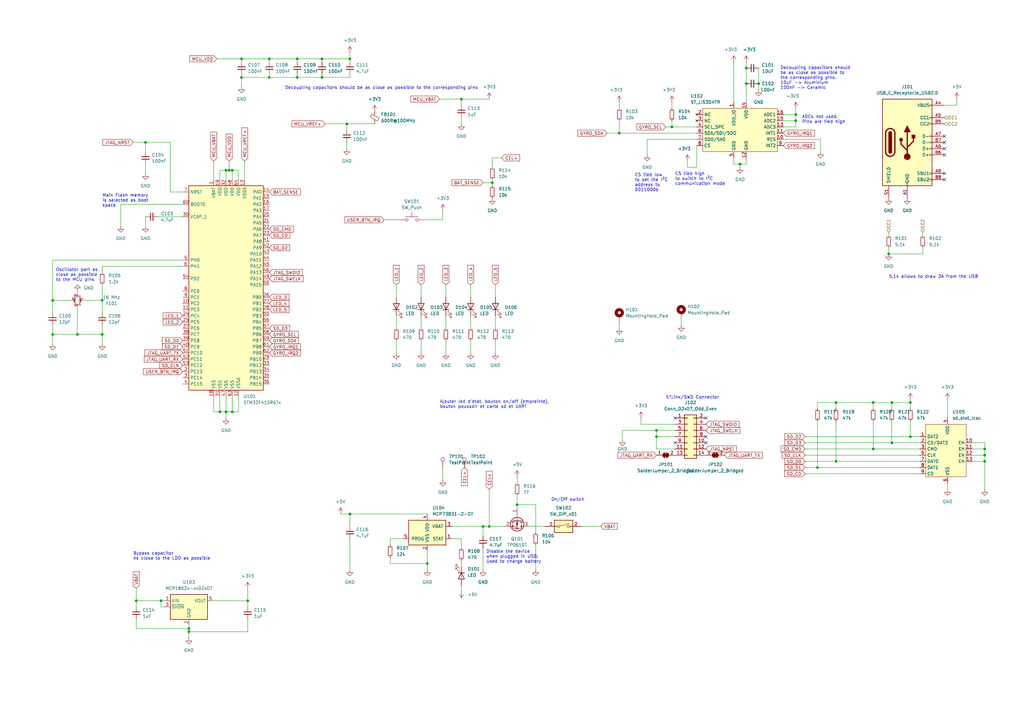
<source format=kicad_sch>
(kicad_sch (version 20211123) (generator eeschema)
  (paper "A3")
  (lib_symbols
    (symbol "Battery_Management:MCP73831-2-OT" (pin_names (offset 1.016))
      (property "Reference" "U" (at -7.62 6.35 0))
      (property "Value" "MCP73831-2-OT" (at 1.27 6.35 0))
      (symbol "MCP73831-2-OT_1_1"
        (pin output line (at 10.16 -2.54 180) (length 2.54) (name "STAT") (number "1"))
        (pin power_in line (at 0 -7.62 90) (length 2.54) (name "VSS") (number "2"))
        (pin power_out line (at 10.16 2.54 180) (length 2.54) (name "VBAT") (number "3"))
        (pin power_in line (at 0 7.62 270) (length 2.54) (name "VDD") (number "4"))
        (pin input line (at -10.16 -2.54 0) (length 2.54) (name "PROG") (number "5"))
      )
    )
    (symbol "Connector:TestPoint" (pin_numbers hide) (pin_names (offset 0.762) hide)
      (property "Reference" "TP" (at 0 6.858 0))
      (property "Value" "TestPoint" (at 0 5.08 0))
      (symbol "TestPoint_1_1"
        (pin passive line (at 0 0 90) (length 2.54) (name "1") (number "1"))
      )
    )
    (symbol "Connector:USB_C_Receptacle_USB2.0" (pin_names (offset 1.016))
      (property "Reference" "J" (at -10.16 19.05 0))
      (property "Value" "USB_C_Receptacle_USB2.0" (at 19.05 19.05 0))
      (symbol "USB_C_Receptacle_USB2.0_1_1"
        (pin passive line (at 0 -22.86 90) (length 5.08) (name "GND") (number "A1"))
        (pin passive line (at 0 -22.86 90) (length 5.08) hide (name "GND") (number "A12"))
        (pin passive line (at 15.24 15.24 180) (length 5.08) (name "VBUS") (number "A4"))
        (pin bidirectional line (at 15.24 10.16 180) (length 5.08) (name "CC1") (number "A5"))
        (pin bidirectional line (at 15.24 -2.54 180) (length 5.08) (name "D+") (number "A6"))
        (pin bidirectional line (at 15.24 2.54 180) (length 5.08) (name "D-") (number "A7"))
        (pin bidirectional line (at 15.24 -12.7 180) (length 5.08) (name "SBU1") (number "A8"))
        (pin passive line (at 15.24 15.24 180) (length 5.08) hide (name "VBUS") (number "A9"))
        (pin passive line (at 0 -22.86 90) (length 5.08) hide (name "GND") (number "B1"))
        (pin passive line (at 0 -22.86 90) (length 5.08) hide (name "GND") (number "B12"))
        (pin passive line (at 15.24 15.24 180) (length 5.08) hide (name "VBUS") (number "B4"))
        (pin bidirectional line (at 15.24 7.62 180) (length 5.08) (name "CC2") (number "B5"))
        (pin bidirectional line (at 15.24 -5.08 180) (length 5.08) (name "D+") (number "B6"))
        (pin bidirectional line (at 15.24 0 180) (length 5.08) (name "D-") (number "B7"))
        (pin bidirectional line (at 15.24 -15.24 180) (length 5.08) (name "SBU2") (number "B8"))
        (pin passive line (at 15.24 15.24 180) (length 5.08) hide (name "VBUS") (number "B9"))
        (pin passive line (at -7.62 -22.86 90) (length 5.08) (name "SHIELD") (number "S1"))
      )
    )
    (symbol "Connector_Generic:Conn_02x07_Odd_Even" (pin_names (offset 1.016) hide)
      (property "Reference" "J" (at 1.27 10.16 0))
      (property "Value" "Conn_02x07_Odd_Even" (at 1.27 -10.16 0))
      (symbol "Conn_02x07_Odd_Even_1_1"
        (pin passive line (at -5.08 7.62 0) (length 3.81) (name "Pin_1") (number "1"))
        (pin passive line (at 7.62 -2.54 180) (length 3.81) (name "Pin_10") (number "10"))
        (pin passive line (at -5.08 -5.08 0) (length 3.81) (name "Pin_11") (number "11"))
        (pin passive line (at 7.62 -5.08 180) (length 3.81) (name "Pin_12") (number "12"))
        (pin passive line (at -5.08 -7.62 0) (length 3.81) (name "Pin_13") (number "13"))
        (pin passive line (at 7.62 -7.62 180) (length 3.81) (name "Pin_14") (number "14"))
        (pin passive line (at 7.62 7.62 180) (length 3.81) (name "Pin_2") (number "2"))
        (pin passive line (at -5.08 5.08 0) (length 3.81) (name "Pin_3") (number "3"))
        (pin passive line (at 7.62 5.08 180) (length 3.81) (name "Pin_4") (number "4"))
        (pin passive line (at -5.08 2.54 0) (length 3.81) (name "Pin_5") (number "5"))
        (pin passive line (at 7.62 2.54 180) (length 3.81) (name "Pin_6") (number "6"))
        (pin passive line (at -5.08 0 0) (length 3.81) (name "Pin_7") (number "7"))
        (pin passive line (at 7.62 0 180) (length 3.81) (name "Pin_8") (number "8"))
        (pin passive line (at -5.08 -2.54 0) (length 3.81) (name "Pin_9") (number "9"))
      )
    )
    (symbol "Device:C_Small" (pin_numbers hide) (pin_names (offset 0.254) hide)
      (property "Reference" "C" (at 0.254 1.778 0))
      (property "Value" "C_Small" (at 0.254 -2.032 0))
      (symbol "C_Small_1_1"
        (pin passive line (at 0 2.54 270) (length 2.032) (name "~") (number "1"))
        (pin passive line (at 0 -2.54 90) (length 2.032) (name "~") (number "2"))
      )
    )
    (symbol "Device:Crystal_GND24_Small" (pin_names (offset 1.016) hide)
      (property "Reference" "Y" (at 1.27 4.445 0))
      (property "Value" "Crystal_GND24_Small" (at 1.27 2.54 0))
      (symbol "Crystal_GND24_Small_1_1"
        (pin passive line (at -2.54 0 0) (length 1.27) (name "1") (number "1"))
        (pin passive line (at 0 -2.54 90) (length 0.635) (name "2") (number "2"))
        (pin passive line (at 2.54 0 180) (length 1.27) (name "3") (number "3"))
        (pin passive line (at 0 2.54 270) (length 0.635) (name "4") (number "4"))
      )
    )
    (symbol "Device:FerriteBead_Small" (pin_numbers hide) (pin_names (offset 0))
      (property "Reference" "FB" (at 1.905 1.27 0))
      (property "Value" "FerriteBead_Small" (at 1.905 -1.27 0))
      (symbol "FerriteBead_Small_1_1"
        (pin passive line (at 0 2.54 270) (length 1.27) (name "~") (number "1"))
        (pin passive line (at 0 -2.54 90) (length 1.27) (name "~") (number "2"))
      )
    )
    (symbol "Device:LED" (pin_numbers hide) (pin_names (offset 1.016) hide)
      (property "Reference" "D" (at 0 2.54 0))
      (property "Value" "LED" (at 0 -2.54 0))
      (symbol "LED_1_1"
        (pin passive line (at -3.81 0 0) (length 2.54) (name "K") (number "1"))
        (pin passive line (at 3.81 0 180) (length 2.54) (name "A") (number "2"))
      )
    )
    (symbol "Device:R_Small" (pin_numbers hide) (pin_names (offset 0.254) hide)
      (property "Reference" "R" (at 0.762 0.508 0))
      (property "Value" "R_Small" (at 0.762 -1.016 0))
      (symbol "R_Small_1_1"
        (pin passive line (at 0 2.54 270) (length 0.762) (name "~") (number "1"))
        (pin passive line (at 0 -2.54 90) (length 0.762) (name "~") (number "2"))
      )
    )
    (symbol "Jumper:SolderJumper_2_Bridged" (pin_names (offset 0) hide)
      (property "Reference" "JP" (at 0 2.032 0))
      (property "Value" "SolderJumper_2_Bridged" (at 0 -2.54 0))
      (symbol "SolderJumper_2_Bridged_1_1"
        (pin passive line (at -3.81 0 0) (length 2.54) (name "A") (number "1"))
        (pin passive line (at 3.81 0 180) (length 2.54) (name "B") (number "2"))
      )
    )
    (symbol "MCU_ST_STM32F4:STM32F412RGTx"
      (property "Reference" "U" (at -15.24 41.91 0))
      (property "Value" "STM32F412RGTx" (at 10.16 41.91 0))
      (symbol "STM32F412RGTx_1_1"
        (pin power_in line (at -5.08 43.18 270) (length 2.54) (name "VBAT") (number "1"))
        (pin bidirectional line (at -17.78 -7.62 0) (length 2.54) (name "PC2") (number "10"))
        (pin bidirectional line (at -17.78 -10.16 0) (length 2.54) (name "PC3") (number "11"))
        (pin power_in line (at 5.08 -45.72 90) (length 2.54) (name "VSSA") (number "12"))
        (pin power_in line (at 7.62 43.18 270) (length 2.54) (name "VDDA") (number "13"))
        (pin bidirectional line (at 17.78 38.1 180) (length 2.54) (name "PA0") (number "14"))
        (pin bidirectional line (at 17.78 35.56 180) (length 2.54) (name "PA1") (number "15"))
        (pin bidirectional line (at 17.78 33.02 180) (length 2.54) (name "PA2") (number "16"))
        (pin bidirectional line (at 17.78 30.48 180) (length 2.54) (name "PA3") (number "17"))
        (pin power_in line (at -5.08 -45.72 90) (length 2.54) (name "VSS") (number "18"))
        (pin power_in line (at -2.54 43.18 270) (length 2.54) (name "VDD") (number "19"))
        (pin bidirectional line (at -17.78 -35.56 0) (length 2.54) (name "PC13") (number "2"))
        (pin bidirectional line (at 17.78 27.94 180) (length 2.54) (name "PA4") (number "20"))
        (pin bidirectional line (at 17.78 25.4 180) (length 2.54) (name "PA5") (number "21"))
        (pin bidirectional line (at 17.78 22.86 180) (length 2.54) (name "PA6") (number "22"))
        (pin bidirectional line (at 17.78 20.32 180) (length 2.54) (name "PA7") (number "23"))
        (pin bidirectional line (at -17.78 -12.7 0) (length 2.54) (name "PC4") (number "24"))
        (pin bidirectional line (at -17.78 -15.24 0) (length 2.54) (name "PC5") (number "25"))
        (pin bidirectional line (at 17.78 -5.08 180) (length 2.54) (name "PB0") (number "26"))
        (pin bidirectional line (at 17.78 -7.62 180) (length 2.54) (name "PB1") (number "27"))
        (pin bidirectional line (at 17.78 -10.16 180) (length 2.54) (name "PB2") (number "28"))
        (pin bidirectional line (at 17.78 -30.48 180) (length 2.54) (name "PB10") (number "29"))
        (pin bidirectional line (at -17.78 -38.1 0) (length 2.54) (name "PC14") (number "3"))
        (pin power_in line (at -17.78 27.94 0) (length 2.54) (name "VCAP_1") (number "30"))
        (pin power_in line (at -2.54 -45.72 90) (length 2.54) (name "VSS") (number "31"))
        (pin power_in line (at 0 43.18 270) (length 2.54) (name "VDD") (number "32"))
        (pin bidirectional line (at 17.78 -33.02 180) (length 2.54) (name "PB12") (number "33"))
        (pin bidirectional line (at 17.78 -35.56 180) (length 2.54) (name "PB13") (number "34"))
        (pin bidirectional line (at 17.78 -38.1 180) (length 2.54) (name "PB14") (number "35"))
        (pin bidirectional line (at 17.78 -40.64 180) (length 2.54) (name "PB15") (number "36"))
        (pin bidirectional line (at -17.78 -17.78 0) (length 2.54) (name "PC6") (number "37"))
        (pin bidirectional line (at -17.78 -20.32 0) (length 2.54) (name "PC7") (number "38"))
        (pin bidirectional line (at -17.78 -22.86 0) (length 2.54) (name "PC8") (number "39"))
        (pin bidirectional line (at -17.78 -40.64 0) (length 2.54) (name "PC15") (number "4"))
        (pin bidirectional line (at -17.78 -25.4 0) (length 2.54) (name "PC9") (number "40"))
        (pin bidirectional line (at 17.78 17.78 180) (length 2.54) (name "PA8") (number "41"))
        (pin bidirectional line (at 17.78 15.24 180) (length 2.54) (name "PA9") (number "42"))
        (pin bidirectional line (at 17.78 12.7 180) (length 2.54) (name "PA10") (number "43"))
        (pin bidirectional line (at 17.78 10.16 180) (length 2.54) (name "PA11") (number "44"))
        (pin bidirectional line (at 17.78 7.62 180) (length 2.54) (name "PA12") (number "45"))
        (pin bidirectional line (at 17.78 5.08 180) (length 2.54) (name "PA13") (number "46"))
        (pin power_in line (at 0 -45.72 90) (length 2.54) (name "VSS") (number "47"))
        (pin power_in line (at 2.54 43.18 270) (length 2.54) (name "VDD") (number "48"))
        (pin bidirectional line (at 17.78 2.54 180) (length 2.54) (name "PA14") (number "49"))
        (pin input line (at -17.78 10.16 0) (length 2.54) (name "PH0") (number "5"))
        (pin bidirectional line (at 17.78 0 180) (length 2.54) (name "PA15") (number "50"))
        (pin bidirectional line (at -17.78 -27.94 0) (length 2.54) (name "PC10") (number "51"))
        (pin bidirectional line (at -17.78 -30.48 0) (length 2.54) (name "PC11") (number "52"))
        (pin bidirectional line (at -17.78 -33.02 0) (length 2.54) (name "PC12") (number "53"))
        (pin bidirectional line (at -17.78 2.54 0) (length 2.54) (name "PD2") (number "54"))
        (pin bidirectional line (at 17.78 -12.7 180) (length 2.54) (name "PB3") (number "55"))
        (pin bidirectional line (at 17.78 -15.24 180) (length 2.54) (name "PB4") (number "56"))
        (pin bidirectional line (at 17.78 -17.78 180) (length 2.54) (name "PB5") (number "57"))
        (pin bidirectional line (at 17.78 -20.32 180) (length 2.54) (name "PB6") (number "58"))
        (pin bidirectional line (at 17.78 -22.86 180) (length 2.54) (name "PB7") (number "59"))
        (pin input line (at -17.78 7.62 0) (length 2.54) (name "PH1") (number "6"))
        (pin input line (at -17.78 33.02 0) (length 2.54) (name "BOOT0") (number "60"))
        (pin bidirectional line (at 17.78 -25.4 180) (length 2.54) (name "PB8") (number "61"))
        (pin bidirectional line (at 17.78 -27.94 180) (length 2.54) (name "PB9") (number "62"))
        (pin power_in line (at 2.54 -45.72 90) (length 2.54) (name "VSS") (number "63"))
        (pin power_in line (at 5.08 43.18 270) (length 2.54) (name "VDD") (number "64"))
        (pin input line (at -17.78 38.1 0) (length 2.54) (name "NRST") (number "7"))
        (pin bidirectional line (at -17.78 -2.54 0) (length 2.54) (name "PC0") (number "8"))
        (pin bidirectional line (at -17.78 -5.08 0) (length 2.54) (name "PC1") (number "9"))
      )
    )
    (symbol "Mechanical:MountingHole_Pad" (pin_numbers hide) (pin_names (offset 1.016) hide)
      (property "Reference" "H" (at 0 6.35 0))
      (property "Value" "MountingHole_Pad" (at 0 4.445 0))
      (symbol "MountingHole_Pad_1_1"
        (pin input line (at 0 -2.54 90) (length 2.54) (name "1") (number "1"))
      )
    )
    (symbol "Regulator_Linear:MCP1802x-xx02xOT"
      (property "Reference" "U" (at -6.35 6.35 0))
      (property "Value" "MCP1802x-xx02xOT" (at 0 6.35 0))
      (symbol "MCP1802x-xx02xOT_1_1"
        (pin power_in line (at -10.16 2.54 0) (length 2.54) (name "VIN") (number "1"))
        (pin power_in line (at 0 -7.62 90) (length 2.54) (name "GND") (number "2"))
        (pin input line (at -10.16 0 0) (length 2.54) (name "~{SHDN}") (number "3"))
        (pin no_connect line (at 7.62 0 180) (length 2.54) hide (name "NC") (number "4"))
        (pin power_out line (at 10.16 2.54 180) (length 2.54) (name "VOUT") (number "5"))
      )
    )
    (symbol "Switch:SW_DIP_x01" (pin_names (offset 0) hide)
      (property "Reference" "SW" (at 0 3.81 0))
      (property "Value" "SW_DIP_x01" (at 0 -3.81 0))
      (symbol "SW_DIP_x01_1_1"
        (pin passive line (at -7.62 0 0) (length 5.08) (name "~") (number "1"))
        (pin passive line (at 7.62 0 180) (length 5.08) (name "~") (number "2"))
      )
    )
    (symbol "Switch:SW_Push" (pin_numbers hide) (pin_names (offset 1.016) hide)
      (property "Reference" "SW" (at 1.27 2.54 0))
      (property "Value" "SW_Push" (at 0 -1.524 0))
      (symbol "SW_Push_0_1"
        (pin passive line (at -5.08 0 0) (length 2.54) (name "1") (number "1"))
        (pin passive line (at 5.08 0 180) (length 2.54) (name "2") (number "2"))
      )
    )
    (symbol "Transistor_FET:TP0610T" (pin_names hide)
      (property "Reference" "Q" (at 5.08 1.905 0))
      (property "Value" "TP0610T" (at 5.08 0 0))
      (symbol "TP0610T_1_1"
        (pin input line (at -5.08 0 0) (length 2.54) (name "G") (number "1"))
        (pin passive line (at 2.54 -5.08 90) (length 2.54) (name "S") (number "2"))
        (pin passive line (at 2.54 5.08 270) (length 2.54) (name "D") (number "3"))
      )
    )
    (symbol "components_library:ST_LIS3DHTR"
      (property "Reference" "U" (at 13.97 -1.27 0))
      (property "Value" "ST_LIS3DHTR" (at -11.43 -1.27 0))
      (symbol "ST_LIS3DHTR_1_1"
        (pin input line (at -2.54 20.32 270) (length 2.54) (name "VDD_IO") (number "1"))
        (pin input line (at 17.78 5.08 180) (length 2.54) (name "RES") (number "10"))
        (pin input line (at 17.78 7.62 180) (length 2.54) (name "INT1") (number "11"))
        (pin input line (at 2.54 -2.54 90) (length 2.54) (name "GND") (number "12"))
        (pin input line (at 17.78 10.16 180) (length 2.54) (name "ADC3") (number "13"))
        (pin input line (at 2.54 20.32 270) (length 2.54) (name "VDD") (number "14"))
        (pin input line (at 17.78 12.7 180) (length 2.54) (name "ADC2") (number "15"))
        (pin input line (at 17.78 15.24 180) (length 2.54) (name "ADC1") (number "16"))
        (pin no_connect line (at -17.78 15.24 0) (length 2.54) (name "NC") (number "2"))
        (pin no_connect line (at -17.78 12.7 0) (length 2.54) (name "NC") (number "3"))
        (pin input line (at -17.78 10.16 0) (length 2.54) (name "SCL_SPC") (number "4"))
        (pin input line (at -2.54 -2.54 90) (length 2.54) (name "GND") (number "5"))
        (pin input line (at -17.78 7.62 0) (length 2.54) (name "SDA/SDI/SDO") (number "6"))
        (pin input line (at -17.78 5.08 0) (length 2.54) (name "SDO/SA0") (number "7"))
        (pin input line (at -17.78 2.54 0) (length 2.54) (name "CS") (number "8"))
        (pin input line (at 17.78 2.54 180) (length 2.54) (name "INT2") (number "9"))
      )
    )
    (symbol "power:+3.3V" (power) (pin_names (offset 0))
      (property "Value" "+3.3V" (at 0 3.556 0))
      (symbol "+3.3V_1_1"
        (pin power_in line (at 0 0 90) (length 0) hide (name "+3V3") (number "1"))
      )
    )
    (symbol "power:+5V" (power) (pin_names (offset 0))
      (property "Value" "+5V" (at 0 3.556 0))
      (symbol "+5V_1_1"
        (pin power_in line (at 0 0 90) (length 0) hide (name "+5V") (number "1"))
      )
    )
    (symbol "power:GND" (power) (pin_names (offset 0))
      (property "Value" "GND" (at 0 -3.81 0))
      (symbol "GND_1_1"
        (pin power_in line (at 0 0 270) (length 0) hide (name "GND") (number "1"))
      )
    )
    (symbol "sd_slot:sd_slot_lcsc"
      (property "Reference" "U" (at 14.605 -18.415 0))
      (property "Value" "sd_slot_lcsc" (at 14.605 -15.875 0))
      (symbol "sd_slot_lcsc_1_1"
        (pin input line (at -11.43 6.35 0) (length 2.54) (name "DAT2") (number "1"))
        (pin input line (at 10.16 3.81 180) (length 2.54) (name "EH") (number "10"))
        (pin input line (at 10.16 1.27 180) (length 2.54) (name "EH") (number "11"))
        (pin input line (at 10.16 -1.27 180) (length 2.54) (name "EH") (number "12"))
        (pin input line (at 10.16 -3.81 180) (length 2.54) (name "EH") (number "13"))
        (pin input line (at -11.43 3.81 0) (length 2.54) (name "CD/DAT3") (number "2"))
        (pin input line (at -11.43 1.27 0) (length 2.54) (name "CMD") (number "3"))
        (pin input line (at 0 13.97 270) (length 2.54) (name "VDD") (number "4"))
        (pin input line (at -11.43 -1.27 0) (length 2.54) (name "CLK") (number "5"))
        (pin input line (at 0 -12.7 90) (length 2.54) (name "VSS") (number "6"))
        (pin input line (at -11.43 -3.81 0) (length 2.54) (name "DAT0") (number "7"))
        (pin input line (at -11.43 -6.35 0) (length 2.54) (name "DAT1") (number "8"))
        (pin input line (at -11.43 -8.89 0) (length 2.54) (name "CD") (number "9"))
      )
    )
  )
  (junction (at 373.38 179.07))
  (junction (at 189.23 40.64))
  (junction (at 93.98 69.85))
  (junction (at 59.69 58.42))
  (junction (at 132.08 24.13))
  (junction (at 31.75 137.16))
  (junction (at 90.17 168.91))
  (junction (at 269.24 179.07))
  (junction (at 92.71 168.91))
  (junction (at 365.76 181.61))
  (junction (at 92.71 69.85))
  (junction (at 77.47 257.81))
  (junction (at 254 54.61))
  (junction (at 95.25 168.91))
  (junction (at 142.24 50.8))
  (junction (at 55.88 246.38))
  (junction (at 306.07 34.29))
  (junction (at 303.53 67.31))
  (junction (at 110.49 31.75))
  (junction (at 364.49 104.14))
  (junction (at 110.49 24.13))
  (junction (at 41.91 137.16))
  (junction (at 21.59 123.19))
  (junction (at 198.12 215.9))
  (junction (at 358.14 184.15))
  (junction (at 403.86 184.15))
  (junction (at 143.51 210.82))
  (junction (at 275.59 52.07))
  (junction (at 121.92 24.13))
  (junction (at 99.06 24.13))
  (junction (at 95.25 69.85))
  (junction (at 121.92 31.75))
  (junction (at 175.26 231.14))
  (junction (at 403.86 189.23))
  (junction (at 326.39 46.99))
  (junction (at 21.59 137.16))
  (junction (at 311.15 34.29))
  (junction (at 373.38 165.1))
  (junction (at 101.6 246.38))
  (junction (at 269.24 176.53))
  (junction (at 335.28 191.77))
  (junction (at 143.51 24.13))
  (junction (at 66.04 246.38))
  (junction (at 200.66 215.9))
  (junction (at 132.08 31.75))
  (junction (at 212.09 207.01))
  (junction (at 403.86 186.69))
  (junction (at 41.91 123.19))
  (junction (at 365.76 165.1))
  (junction (at 342.9 165.1))
  (junction (at 326.39 49.53))
  (junction (at 77.47 259.08))
  (junction (at 342.9 189.23))
  (junction (at 306.07 27.94))
  (junction (at 358.14 165.1))
  (junction (at 201.93 74.93))
  (junction (at 99.06 31.75))
  (no_connect (at 387.35 63.5))
  (no_connect (at 387.35 58.42))
  (no_connect (at 289.56 171.45))
  (no_connect (at 387.35 71.12))
  (no_connect (at 387.35 55.88))
  (no_connect (at 387.35 73.66))
  (no_connect (at 289.56 179.07))
  (no_connect (at 276.86 171.45))
  (no_connect (at 276.86 181.61))
  (no_connect (at 289.56 181.61))
  (no_connect (at 387.35 60.96))
  (wire (pts (xy 398.78 184.15) (xy 403.86 184.15)))
  (wire (pts (xy 364.49 95.25) (xy 364.49 96.52)))
  (wire (pts (xy 285.75 57.15) (xy 265.43 57.15)))
  (wire (pts (xy 31.75 119.38) (xy 31.75 120.65)))
  (wire (pts (xy 300.99 67.31) (xy 303.53 67.31)))
  (wire (pts (xy 189.23 40.64) (xy 200.66 40.64)))
  (wire (pts (xy 365.76 165.1) (xy 373.38 165.1)))
  (wire (pts (xy 388.62 200.66) (xy 388.62 198.12)))
  (wire (pts (xy 185.42 215.9) (xy 198.12 215.9)))
  (wire (pts (xy 373.38 165.1) (xy 373.38 167.64)))
  (wire (pts (xy 321.31 46.99) (xy 326.39 46.99)))
  (wire (pts (xy 143.51 21.59) (xy 143.51 24.13)))
  (wire (pts (xy 254 132.08) (xy 254 134.62)))
  (wire (pts (xy 254 41.91) (xy 254 44.45)))
  (wire (pts (xy 66.04 246.38) (xy 67.31 246.38)))
  (wire (pts (xy 279.4 130.81) (xy 279.4 133.35)))
  (wire (pts (xy 172.72 139.7) (xy 172.72 144.78)))
  (wire (pts (xy 160.02 231.14) (xy 175.26 231.14)))
  (wire (pts (xy 90.17 73.66) (xy 90.17 69.85)))
  (wire (pts (xy 54.61 58.42) (xy 59.69 58.42)))
  (wire (pts (xy 201.93 64.77) (xy 205.74 64.77)))
  (wire (pts (xy 99.06 31.75) (xy 99.06 35.56)))
  (wire (pts (xy 276.86 179.07) (xy 269.24 179.07)))
  (wire (pts (xy 182.88 116.84) (xy 182.88 121.92)))
  (wire (pts (xy 41.91 109.22) (xy 74.93 109.22)))
  (wire (pts (xy 262.89 173.99) (xy 262.89 171.45)))
  (wire (pts (xy 165.1 220.98) (xy 160.02 220.98)))
  (wire (pts (xy 132.08 24.13) (xy 143.51 24.13)))
  (wire (pts (xy 335.28 191.77) (xy 377.19 191.77)))
  (wire (pts (xy 41.91 116.84) (xy 41.91 123.19)))
  (wire (pts (xy 281.94 68.58) (xy 285.75 68.58)))
  (wire (pts (xy 59.69 58.42) (xy 59.69 62.23)))
  (wire (pts (xy 275.59 49.53) (xy 275.59 52.07)))
  (wire (pts (xy 364.49 104.14) (xy 378.46 104.14)))
  (wire (pts (xy 90.17 69.85) (xy 92.71 69.85)))
  (wire (pts (xy 219.71 223.52) (xy 219.71 233.68)))
  (wire (pts (xy 330.2 181.61) (xy 365.76 181.61)))
  (wire (pts (xy 101.6 246.38) (xy 101.6 248.92)))
  (wire (pts (xy 306.07 27.94) (xy 306.07 34.29)))
  (wire (pts (xy 55.88 257.81) (xy 77.47 257.81)))
  (wire (pts (xy 330.2 194.31) (xy 377.19 194.31)))
  (wire (pts (xy 99.06 31.75) (xy 110.49 31.75)))
  (wire (pts (xy 358.14 165.1) (xy 358.14 167.64)))
  (wire (pts (xy 377.19 179.07) (xy 373.38 179.07)))
  (wire (pts (xy 388.62 163.83) (xy 388.62 171.45)))
  (wire (pts (xy 162.56 139.7) (xy 162.56 144.78)))
  (wire (pts (xy 358.14 165.1) (xy 365.76 165.1)))
  (wire (pts (xy 87.63 162.56) (xy 87.63 168.91)))
  (wire (pts (xy 326.39 52.07) (xy 321.31 52.07)))
  (wire (pts (xy 200.66 200.66) (xy 200.66 215.9)))
  (wire (pts (xy 306.07 67.31) (xy 306.07 64.77)))
  (wire (pts (xy 182.88 129.54) (xy 182.88 134.62)))
  (wire (pts (xy 336.55 57.15) (xy 336.55 62.23)))
  (wire (pts (xy 392.43 43.18) (xy 387.35 43.18)))
  (wire (pts (xy 193.04 139.7) (xy 193.04 144.78)))
  (wire (pts (xy 238.76 215.9) (xy 246.38 215.9)))
  (wire (pts (xy 364.49 104.14) (xy 364.49 101.6)))
  (wire (pts (xy 110.49 30.48) (xy 110.49 31.75)))
  (wire (pts (xy 403.86 186.69) (xy 403.86 189.23)))
  (wire (pts (xy 90.17 162.56) (xy 90.17 168.91)))
  (wire (pts (xy 189.23 43.18) (xy 189.23 40.64)))
  (wire (pts (xy 88.9 24.13) (xy 99.06 24.13)))
  (wire (pts (xy 92.71 162.56) (xy 92.71 168.91)))
  (wire (pts (xy 21.59 137.16) (xy 31.75 137.16)))
  (wire (pts (xy 101.6 241.3) (xy 101.6 246.38)))
  (wire (pts (xy 77.47 257.81) (xy 77.47 259.08)))
  (wire (pts (xy 172.72 116.84) (xy 172.72 121.92)))
  (wire (pts (xy 342.9 165.1) (xy 358.14 165.1)))
  (wire (pts (xy 330.2 186.69) (xy 377.19 186.69)))
  (wire (pts (xy 87.63 168.91) (xy 90.17 168.91)))
  (wire (pts (xy 254 54.61) (xy 285.75 54.61)))
  (wire (pts (xy 198.12 224.79) (xy 198.12 233.68)))
  (wire (pts (xy 95.25 162.56) (xy 95.25 168.91)))
  (wire (pts (xy 41.91 137.16) (xy 41.91 140.97)))
  (wire (pts (xy 265.43 57.15) (xy 265.43 63.5)))
  (wire (pts (xy 21.59 137.16) (xy 21.59 140.97)))
  (wire (pts (xy 121.92 24.13) (xy 121.92 25.4)))
  (wire (pts (xy 365.76 181.61) (xy 377.19 181.61)))
  (wire (pts (xy 398.78 181.61) (xy 403.86 181.61)))
  (wire (pts (xy 198.12 215.9) (xy 198.12 219.71)))
  (wire (pts (xy 269.24 179.07) (xy 269.24 176.53)))
  (wire (pts (xy 87.63 246.38) (xy 101.6 246.38)))
  (wire (pts (xy 110.49 31.75) (xy 121.92 31.75)))
  (wire (pts (xy 373.38 163.83) (xy 373.38 165.1)))
  (wire (pts (xy 143.51 24.13) (xy 143.51 25.4)))
  (wire (pts (xy 219.71 207.01) (xy 219.71 218.44)))
  (wire (pts (xy 300.99 25.4) (xy 300.99 41.91)))
  (wire (pts (xy 99.06 30.48) (xy 99.06 31.75)))
  (wire (pts (xy 217.17 215.9) (xy 223.52 215.9)))
  (wire (pts (xy 66.04 246.38) (xy 66.04 248.92)))
  (wire (pts (xy 160.02 228.6) (xy 160.02 231.14)))
  (wire (pts (xy 181.61 90.17) (xy 181.61 86.36)))
  (wire (pts (xy 326.39 44.45) (xy 326.39 46.99)))
  (wire (pts (xy 41.91 128.27) (xy 41.91 123.19)))
  (wire (pts (xy 269.24 176.53) (xy 255.27 176.53)))
  (wire (pts (xy 31.75 125.73) (xy 31.75 137.16)))
  (wire (pts (xy 143.51 210.82) (xy 175.26 210.82)))
  (wire (pts (xy 365.76 165.1) (xy 365.76 167.64)))
  (wire (pts (xy 21.59 106.68) (xy 21.59 123.19)))
  (wire (pts (xy 110.49 24.13) (xy 110.49 25.4)))
  (wire (pts (xy 201.93 74.93) (xy 201.93 76.2)))
  (wire (pts (xy 69.85 58.42) (xy 69.85 78.74)))
  (wire (pts (xy 189.23 220.98) (xy 185.42 220.98)))
  (wire (pts (xy 162.56 129.54) (xy 162.56 134.62)))
  (wire (pts (xy 55.88 246.38) (xy 55.88 248.92)))
  (wire (pts (xy 193.04 129.54) (xy 193.04 134.62)))
  (wire (pts (xy 203.2 116.84) (xy 203.2 121.92)))
  (wire (pts (xy 342.9 189.23) (xy 342.9 172.72)))
  (wire (pts (xy 303.53 67.31) (xy 306.07 67.31)))
  (wire (pts (xy 21.59 106.68) (xy 74.93 106.68)))
  (wire (pts (xy 101.6 259.08) (xy 77.47 259.08)))
  (wire (pts (xy 276.86 176.53) (xy 269.24 176.53)))
  (wire (pts (xy 175.26 233.68) (xy 175.26 231.14)))
  (wire (pts (xy 143.51 210.82) (xy 143.51 215.9)))
  (wire (pts (xy 275.59 41.91) (xy 275.59 44.45)))
  (wire (pts (xy 201.93 68.58) (xy 201.93 64.77)))
  (wire (pts (xy 132.08 24.13) (xy 132.08 25.4)))
  (wire (pts (xy 92.71 168.91) (xy 95.25 168.91)))
  (wire (pts (xy 281.94 68.58) (xy 281.94 66.04)))
  (wire (pts (xy 311.15 36.83) (xy 311.15 34.29)))
  (wire (pts (xy 31.75 137.16) (xy 41.91 137.16)))
  (wire (pts (xy 201.93 73.66) (xy 201.93 74.93)))
  (wire (pts (xy 403.86 189.23) (xy 403.86 200.66)))
  (wire (pts (xy 101.6 254) (xy 101.6 259.08)))
  (wire (pts (xy 212.09 207.01) (xy 219.71 207.01)))
  (wire (pts (xy 95.25 168.91) (xy 97.79 168.91)))
  (wire (pts (xy 92.71 69.85) (xy 93.98 69.85)))
  (wire (pts (xy 95.25 69.85) (xy 97.79 69.85)))
  (wire (pts (xy 398.78 186.69) (xy 403.86 186.69)))
  (wire (pts (xy 172.72 129.54) (xy 172.72 134.62)))
  (wire (pts (xy 182.88 139.7) (xy 182.88 144.78)))
  (wire (pts (xy 365.76 172.72) (xy 365.76 181.61)))
  (wire (pts (xy 77.47 256.54) (xy 77.47 257.81)))
  (wire (pts (xy 321.31 57.15) (xy 336.55 57.15)))
  (wire (pts (xy 306.07 25.4) (xy 306.07 27.94)))
  (wire (pts (xy 99.06 24.13) (xy 99.06 25.4)))
  (wire (pts (xy 29.21 123.19) (xy 21.59 123.19)))
  (wire (pts (xy 358.14 172.72) (xy 358.14 184.15)))
  (wire (pts (xy 378.46 104.14) (xy 378.46 101.6)))
  (wire (pts (xy 335.28 172.72) (xy 335.28 191.77)))
  (wire (pts (xy 212.09 207.01) (xy 212.09 208.28)))
  (wire (pts (xy 34.29 123.19) (xy 41.91 123.19)))
  (wire (pts (xy 162.56 116.84) (xy 162.56 121.92)))
  (wire (pts (xy 342.9 165.1) (xy 342.9 167.64)))
  (wire (pts (xy 321.31 49.53) (xy 326.39 49.53)))
  (wire (pts (xy 132.08 30.48) (xy 132.08 31.75)))
  (wire (pts (xy 358.14 184.15) (xy 377.19 184.15)))
  (wire (pts (xy 377.19 189.23) (xy 342.9 189.23)))
  (wire (pts (xy 95.25 69.85) (xy 95.25 73.66)))
  (wire (pts (xy 198.12 74.93) (xy 201.93 74.93)))
  (wire (pts (xy 300.99 64.77) (xy 300.99 67.31)))
  (wire (pts (xy 99.06 24.13) (xy 110.49 24.13)))
  (wire (pts (xy 181.61 196.85) (xy 181.61 191.77)))
  (wire (pts (xy 92.71 69.85) (xy 92.71 73.66)))
  (wire (pts (xy 49.53 83.82) (xy 49.53 92.71)))
  (wire (pts (xy 160.02 220.98) (xy 160.02 223.52)))
  (wire (pts (xy 143.51 220.98) (xy 143.51 233.68)))
  (wire (pts (xy 41.91 137.16) (xy 41.91 133.35)))
  (wire (pts (xy 330.2 189.23) (xy 342.9 189.23)))
  (wire (pts (xy 212.09 195.58) (xy 212.09 198.12)))
  (wire (pts (xy 330.2 191.77) (xy 335.28 191.77)))
  (wire (pts (xy 142.24 50.8) (xy 133.35 50.8)))
  (wire (pts (xy 77.47 259.08) (xy 77.47 261.62)))
  (wire (pts (xy 198.12 215.9) (xy 200.66 215.9)))
  (wire (pts (xy 189.23 48.26) (xy 189.23 50.8)))
  (wire (pts (xy 121.92 30.48) (xy 121.92 31.75)))
  (wire (pts (xy 403.86 189.23) (xy 398.78 189.23)))
  (wire (pts (xy 273.05 52.07) (xy 275.59 52.07)))
  (wire (pts (xy 326.39 49.53) (xy 326.39 52.07)))
  (wire (pts (xy 306.07 34.29) (xy 306.07 41.91)))
  (wire (pts (xy 269.24 184.15) (xy 269.24 179.07)))
  (wire (pts (xy 311.15 27.94) (xy 311.15 34.29)))
  (wire (pts (xy 276.86 184.15) (xy 269.24 184.15)))
  (wire (pts (xy 142.24 58.42) (xy 142.24 60.96)))
  (wire (pts (xy 203.2 139.7) (xy 203.2 144.78)))
  (wire (pts (xy 392.43 40.64) (xy 392.43 43.18)))
  (wire (pts (xy 66.04 246.38) (xy 55.88 246.38)))
  (wire (pts (xy 21.59 123.19) (xy 21.59 128.27)))
  (wire (pts (xy 64.77 88.9) (xy 74.93 88.9)))
  (wire (pts (xy 59.69 67.31) (xy 59.69 71.12)))
  (wire (pts (xy 74.93 83.82) (xy 49.53 83.82)))
  (wire (pts (xy 248.92 54.61) (xy 254 54.61)))
  (wire (pts (xy 189.23 40.64) (xy 180.34 40.64)))
  (wire (pts (xy 303.53 68.58) (xy 303.53 67.31)))
  (wire (pts (xy 142.24 50.8) (xy 153.67 50.8)))
  (wire (pts (xy 203.2 129.54) (xy 203.2 134.62)))
  (wire (pts (xy 207.01 215.9) (xy 200.66 215.9)))
  (wire (pts (xy 67.31 248.92) (xy 66.04 248.92)))
  (wire (pts (xy 21.59 133.35) (xy 21.59 137.16)))
  (wire (pts (xy 143.51 31.75) (xy 143.51 30.48)))
  (wire (pts (xy 254 49.53) (xy 254 54.61)))
  (wire (pts (xy 189.23 229.87) (xy 189.23 232.41)))
  (wire (pts (xy 403.86 181.61) (xy 403.86 184.15)))
  (wire (pts (xy 59.69 88.9) (xy 59.69 92.71)))
  (wire (pts (xy 335.28 167.64) (xy 335.28 165.1)))
  (wire (pts (xy 189.23 240.03) (xy 189.23 242.57)))
  (wire (pts (xy 142.24 53.34) (xy 142.24 50.8)))
  (wire (pts (xy 189.23 220.98) (xy 189.23 224.79)))
  (wire (pts (xy 93.98 69.85) (xy 95.25 69.85)))
  (wire (pts (xy 97.79 168.91) (xy 97.79 162.56)))
  (wire (pts (xy 276.86 173.99) (xy 262.89 173.99)))
  (wire (pts (xy 132.08 31.75) (xy 143.51 31.75)))
  (wire (pts (xy 330.2 179.07) (xy 373.38 179.07)))
  (wire (pts (xy 373.38 179.07) (xy 373.38 172.72)))
  (wire (pts (xy 97.79 69.85) (xy 97.79 73.66)))
  (wire (pts (xy 90.17 168.91) (xy 92.71 168.91)))
  (wire (pts (xy 157.48 90.17) (xy 163.83 90.17)))
  (wire (pts (xy 121.92 24.13) (xy 132.08 24.13)))
  (wire (pts (xy 255.27 176.53) (xy 255.27 180.34)))
  (wire (pts (xy 92.71 168.91) (xy 92.71 171.45)))
  (wire (pts (xy 110.49 24.13) (xy 121.92 24.13)))
  (wire (pts (xy 193.04 116.84) (xy 193.04 121.92)))
  (wire (pts (xy 335.28 165.1) (xy 342.9 165.1)))
  (wire (pts (xy 139.7 210.82) (xy 143.51 210.82)))
  (wire (pts (xy 55.88 254) (xy 55.88 257.81)))
  (wire (pts (xy 403.86 184.15) (xy 403.86 186.69)))
  (wire (pts (xy 175.26 231.14) (xy 175.26 226.06)))
  (wire (pts (xy 378.46 95.25) (xy 378.46 96.52)))
  (wire (pts (xy 55.88 241.3) (xy 55.88 246.38)))
  (wire (pts (xy 285.75 68.58) (xy 285.75 59.69)))
  (wire (pts (xy 87.63 66.04) (xy 87.63 73.66)))
  (wire (pts (xy 69.85 78.74) (xy 74.93 78.74)))
  (wire (pts (xy 93.98 66.04) (xy 93.98 69.85)))
  (wire (pts (xy 326.39 46.99) (xy 326.39 49.53)))
  (wire (pts (xy 330.2 184.15) (xy 358.14 184.15)))
  (wire (pts (xy 173.99 90.17) (xy 181.61 90.17)))
  (wire (pts (xy 100.33 66.04) (xy 100.33 73.66)))
  (wire (pts (xy 41.91 109.22) (xy 41.91 111.76)))
  (wire (pts (xy 212.09 203.2) (xy 212.09 207.01)))
  (wire (pts (xy 275.59 52.07) (xy 285.75 52.07)))
  (wire (pts (xy 69.85 58.42) (xy 59.69 58.42)))
  (wire (pts (xy 121.92 31.75) (xy 132.08 31.75)))
  (text "CS tied low\nto set the I²C \naddress to \n0011000b\n" (at 260.35 78.74 0) (effects (font (size 1.27 1.27)) (justify left bottom)))
  (text "On/Off switch\n" (at 226.06 205.74 0) (effects (font (size 1.27 1.27)) (justify left bottom)))
  (text "CS tied high \nto switch to I²C \ncommunication mode\n" (at 276.86 76.2 0) (effects (font (size 1.27 1.27)) (justify left bottom)))
  (text "Bypass capacitor\nAs closa to the LDO as possible\n" (at 54.61 229.87 0) (effects (font (size 1.27 1.27)) (justify left bottom)))
  (text "ADCs not used.\nPins are tied high" (at 328.93 50.8 0) (effects (font (size 1.27 1.27)) (justify left bottom)))
  (text "Decoupling capacitors should be as close as possible to the corresponding pins " (at 116.84 36.83 0) (effects (font (size 1.27 1.27)) (justify left bottom)))
  (text "5.1k allows to draw 3A from the USB" (at 364.49 114.3 0) (effects (font (size 1.27 1.27)) (justify left bottom)))
  (text "Main Flash memory\nis selected as boot\nspace" (at 41.91 85.09 0) (effects (font (size 1.27 1.27)) (justify left bottom)))
  (text "Disable the device \nwhen plugged in USB.\nUsed to charge battery" (at 199.39 231.14 0) (effects (font (size 1.27 1.27)) (justify left bottom)))
  (text "Decoupling capacitors should \nbe as close as possible to \nthe corresponding pins.\n10uF -> Aluminium \n100nF -> Ceramic " (at 320.04 36.83 0) (effects (font (size 1.27 1.27)) (justify left bottom)))
  (text "STLink/SWD Connector" (at 273.05 163.83 0) (effects (font (size 1.27 1.27)) (justify left bottom)))
  (text "Oscillator part as \nclose as possible \nto the MCU pins" (at 22.86 115.57 0) (effects (font (size 1.27 1.27)) (justify left bottom)))
  (text "Ajouter led d'état, bouton on/off (empreinte),\nbouton poussoir et carte sd et UART" (at 180.34 167.64 0) (effects (font (size 1.27 1.27)) (justify left bottom)))
  (global_label "GYRO_IRQ1" (shape input) (at 321.31 54.61 0) (property "Intersheet References" "${INTERSHEET_REFS}" (effects hide)))
  (global_label "SD_CD" (shape input) (at 330.2 194.31 180) (property "Intersheet References" "${INTERSHEET_REFS}" (effects hide)))
  (global_label "BAT_SENSE" (shape input) (at 198.12 74.93 180) (property "Intersheet References" "${INTERSHEET_REFS}" (effects hide)))
  (global_label "GYRO_IRQ2" (shape input) (at 321.31 59.69 0) (property "Intersheet References" "${INTERSHEET_REFS}" (effects hide)))
  (global_label "MCU_VDD" (shape input) (at 93.98 66.04 90) (property "Intersheet References" "${INTERSHEET_REFS}" (effects hide)))
  (global_label "GYRO_SCL" (shape input) (at 273.05 52.07 180) (property "Intersheet References" "${INTERSHEET_REFS}" (effects hide)))
  (global_label "SD_CMD" (shape input) (at 110.49 93.98 0) (property "Intersheet References" "${INTERSHEET_REFS}" (effects hide)))
  (global_label "CEL+" (shape input) (at 205.74 64.77 0) (property "Intersheet References" "${INTERSHEET_REFS}" (effects hide)))
  (global_label "SD_CLK" (shape input) (at 74.93 149.86 180) (property "Intersheet References" "${INTERSHEET_REFS}" (effects hide)))
  (global_label "VBAT" (shape input) (at 246.38 215.9 0) (property "Intersheet References" "${INTERSHEET_REFS}" (effects hide)))
  (global_label "SD_D3" (shape input) (at 110.49 134.62 0) (property "Intersheet References" "${INTERSHEET_REFS}" (effects hide)))
  (global_label "VBAT" (shape input) (at 55.88 241.3 90) (property "Intersheet References" "${INTERSHEET_REFS}" (effects hide)))
  (global_label "SD_CLK" (shape input) (at 330.2 186.69 180) (property "Intersheet References" "${INTERSHEET_REFS}" (effects hide)))
  (global_label "SD_CD" (shape input) (at 110.49 96.52 0) (property "Intersheet References" "${INTERSHEET_REFS}" (effects hide)))
  (global_label "MCU_VBAT" (shape input) (at 180.34 40.64 180) (property "Intersheet References" "${INTERSHEET_REFS}" (effects hide)))
  (global_label "LED_2" (shape input) (at 172.72 116.84 90) (property "Intersheet References" "${INTERSHEET_REFS}" (effects hide)))
  (global_label "GYRO_SDA" (shape input) (at 248.92 54.61 180) (property "Intersheet References" "${INTERSHEET_REFS}" (effects hide)))
  (global_label "GYRO_IRQ1" (shape input) (at 110.49 142.24 0) (property "Intersheet References" "${INTERSHEET_REFS}" (effects hide)))
  (global_label "LED_5" (shape input) (at 203.2 116.84 90) (property "Intersheet References" "${INTERSHEET_REFS}" (effects hide)))
  (global_label "LED_4" (shape input) (at 110.49 124.46 0) (property "Intersheet References" "${INTERSHEET_REFS}" (effects hide)))
  (global_label "USER_BTN_IRQ" (shape input) (at 74.93 152.4 180) (property "Intersheet References" "${INTERSHEET_REFS}" (effects hide)))
  (global_label "MCU_VBAT" (shape input) (at 87.63 66.04 90) (property "Intersheet References" "${INTERSHEET_REFS}" (effects hide)))
  (global_label "JTAG_UART_TX" (shape input) (at 74.93 144.78 180) (property "Références Inter-Feuilles" "${INTERSHEET_REFS}" (effects hide)))
  (global_label "SD_CMD" (shape input) (at 330.2 184.15 180) (property "Intersheet References" "${INTERSHEET_REFS}" (effects hide)))
  (global_label "SD_D2" (shape input) (at 110.49 101.6 0) (property "Intersheet References" "${INTERSHEET_REFS}" (effects hide)))
  (global_label "MCU_VREF+" (shape input) (at 100.33 66.04 90) (property "Intersheet References" "${INTERSHEET_REFS}" (effects hide)))
  (global_label "SD_D0" (shape input) (at 74.93 139.7 180) (property "Intersheet References" "${INTERSHEET_REFS}" (effects hide)))
  (global_label "MCU_VREF+" (shape input) (at 133.35 50.8 180) (property "Intersheet References" "${INTERSHEET_REFS}" (effects hide)))
  (global_label "CEL+" (shape input) (at 190.5 191.77 270) (property "Intersheet References" "${INTERSHEET_REFS}" (effects hide)))
  (global_label "BAT_SENSE" (shape input) (at 110.49 78.74 0) (property "Intersheet References" "${INTERSHEET_REFS}" (effects hide)))
  (global_label "LED_1" (shape input) (at 74.93 129.54 180) (property "Intersheet References" "${INTERSHEET_REFS}" (effects hide)))
  (global_label "LED_1" (shape input) (at 162.56 116.84 90) (property "Intersheet References" "${INTERSHEET_REFS}" (effects hide)))
  (global_label "SD_D1" (shape input) (at 330.2 191.77 180) (property "Intersheet References" "${INTERSHEET_REFS}" (effects hide)))
  (global_label "GYRO_SDA" (shape input) (at 110.49 139.7 0) (property "Intersheet References" "${INTERSHEET_REFS}" (effects hide)))
  (global_label "JTAG_UART_RX" (shape input) (at 269.24 186.69 180) (property "Références Inter-Feuilles" "${INTERSHEET_REFS}" (effects hide)))
  (global_label "USER_BTN_IRQ" (shape input) (at 157.48 90.17 180) (property "Intersheet References" "${INTERSHEET_REFS}" (effects hide)))
  (global_label "JTAG_NRST" (shape input) (at 289.56 184.15 0) (property "Intersheet References" "${INTERSHEET_REFS}" (effects hide)))
  (global_label "JTAG_SWDIO" (shape input) (at 110.49 111.76 0) (property "Intersheet References" "${INTERSHEET_REFS}" (effects hide)))
  (global_label "JTAG_UART_TX" (shape input) (at 297.18 186.69 0) (property "Références Inter-Feuilles" "${INTERSHEET_REFS}" (effects hide)))
  (global_label "LED_2" (shape input) (at 74.93 132.08 180) (property "Intersheet References" "${INTERSHEET_REFS}" (effects hide)))
  (global_label "GYRO_SCL" (shape input) (at 110.49 137.16 0) (property "Intersheet References" "${INTERSHEET_REFS}" (effects hide)))
  (global_label "JTAG_SWCLK" (shape input) (at 289.56 176.53 0) (property "Intersheet References" "${INTERSHEET_REFS}" (effects hide)))
  (global_label "SD_D0" (shape input) (at 330.2 189.23 180) (property "Intersheet References" "${INTERSHEET_REFS}" (effects hide)))
  (global_label "CEL+" (shape input) (at 200.66 200.66 90) (property "Intersheet References" "${INTERSHEET_REFS}" (effects hide)))
  (global_label "SD_D2" (shape input) (at 330.2 179.07 180) (property "Intersheet References" "${INTERSHEET_REFS}" (effects hide)))
  (global_label "MCU_VDD" (shape input) (at 88.9 24.13 180) (property "Intersheet References" "${INTERSHEET_REFS}" (effects hide)))
  (global_label "LED_5" (shape input) (at 110.49 127 0) (property "Intersheet References" "${INTERSHEET_REFS}" (effects hide)))
  (global_label "GYRO_IRQ2" (shape input) (at 110.49 144.78 0) (property "Intersheet References" "${INTERSHEET_REFS}" (effects hide)))
  (global_label "JTAG_NRST" (shape input) (at 54.61 58.42 180) (property "Intersheet References" "${INTERSHEET_REFS}" (effects hide)))
  (global_label "SD_D1" (shape input) (at 74.93 142.24 180) (property "Intersheet References" "${INTERSHEET_REFS}" (effects hide)))
  (global_label "LED_3" (shape input) (at 182.88 116.84 90) (property "Intersheet References" "${INTERSHEET_REFS}" (effects hide)))
  (global_label "JTAG_SWCLK" (shape input) (at 110.49 114.3 0) (property "Intersheet References" "${INTERSHEET_REFS}" (effects hide)))
  (global_label "SD_D3" (shape input) (at 330.2 181.61 180) (property "Intersheet References" "${INTERSHEET_REFS}" (effects hide)))
  (global_label "JTAG_UART_RX" (shape input) (at 74.93 147.32 180) (property "Références Inter-Feuilles" "${INTERSHEET_REFS}" (effects hide)))
  (global_label "LED_3" (shape input) (at 110.49 121.92 0) (property "Intersheet References" "${INTERSHEET_REFS}" (effects hide)))
  (global_label "JTAG_SWDIO" (shape input) (at 289.56 173.99 0) (property "Intersheet References" "${INTERSHEET_REFS}" (effects hide)))
  (global_label "LED_4" (shape input) (at 193.04 116.84 90) (property "Intersheet References" "${INTERSHEET_REFS}" (effects hide)))
  (hierarchical_label "CC1" (shape input) (at 364.49 95.25 90))
  (hierarchical_label "CC1" (shape input) (at 387.35 48.26 0))
  (hierarchical_label "CC2" (shape input) (at 387.35 50.8 0))
  (hierarchical_label "CC2" (shape input) (at 378.46 95.25 90))
  (symbol (lib_id "Battery_Management:MCP73831-2-OT") (at 175.26 218.44 0) (unit 1)
    (property "Reference" "U104" (at 177.2794 208.28 0) (effects (justify left)))
    (property "Value" "MCP73831-2-OT" (at 177.2794 210.82 0) (effects (justify left)))
    (property "Footprint" "Package_TO_SOT_SMD:SOT-23-5" (effects hide))
    (property "Datasheet" "http://ww1.microchip.com/downloads/en/DeviceDoc/20001984g.pdf" (effects hide))
  )
  (symbol (lib_id "power:GND") (at 265.43 63.5 0) (unit 1)
    (property "Reference" "#PWR0116" (effects hide))
    (property "Value" "GND" (at 265.43 68.58 0))
  )
  (symbol (lib_id "Device:R_Small") (at 212.09 200.66 0) (unit 1)
    (property "Reference" "R116" (at 214.63 199.3899 0) (effects (justify left)))
    (property "Value" "??" (at 214.63 201.9299 0) (effects (justify left)))
    (property "Footprint" "Resistor_SMD:R_0603_1608Metric" (effects hide))
  )
  (symbol (lib_id "Device:R_Small") (at 373.38 170.18 0) (unit 1)
    (property "Reference" "R122" (at 375.92 168.9099 0) (effects (justify left)))
    (property "Value" "47k" (at 375.92 171.4499 0) (effects (justify left)))
    (property "Footprint" "Resistor_SMD:R_0603_1608Metric" (effects hide))
  )
  (symbol (lib_id "Device:C_Small") (at 41.91 130.81 0) (unit 1)
    (property "Reference" "C106" (at 44.45 129.5462 0) (effects (justify left)))
    (property "Value" "12pF" (at 44.45 132.0862 0) (effects (justify left)))
    (property "Footprint" "Capacitor_SMD:C_0603_1608Metric" (effects hide))
  )
  (symbol (lib_id "Device:Crystal_GND24_Small") (at 31.75 123.19 180) (unit 1)
    (property "Reference" "Y101" (at 45.72 124.46 0))
    (property "Value" "16 Mhz" (at 45.72 121.92 0))
    (property "Footprint" "Crystal:Crystal_SMD_EuroQuartz_MT-4Pin_3.2x2.5mm" (effects hide))
  )
  (symbol (lib_id "power:+3.3V") (at 281.94 66.04 0) (unit 1)
    (property "Reference" "#PWR0107" (effects hide))
    (property "Value" "+3.3V" (at 280.67 60.96 0))
  )
  (symbol (lib_id "power:GND") (at 219.71 233.68 0) (unit 1)
    (property "Reference" "#PWR0134" (effects hide))
    (property "Value" "GND" (at 219.71 238.76 0))
  )
  (symbol (lib_id "power:GND") (at 372.11 81.28 0) (unit 1)
    (property "Reference" "#PWR0102" (effects hide))
    (property "Value" "GND" (at 372.11 86.36 0))
  )
  (symbol (lib_id "power:GND") (at 201.93 81.28 0) (unit 1)
    (property "Reference" "#PWR0145" (effects hide))
    (property "Value" "GND" (at 201.93 86.36 0))
  )
  (symbol (lib_id "power:+3.3V") (at 388.62 163.83 0) (unit 1)
    (property "Reference" "#PWR0150" (effects hide))
    (property "Value" "+3.3V" (at 388.62 158.75 0))
  )
  (symbol (lib_id "Jumper:SolderJumper_2_Bridged") (at 293.37 186.69 0) (unit 1)
    (property "Reference" "JP102" (at 293.37 190.5 0))
    (property "Value" "SolderJumper_2_Bridged" (at 293.37 193.04 0))
    (property "Footprint" "Jumper:SolderJumper-2_P1.3mm_Bridged_Pad1.0x1.5mm" (effects hide))
  )
  (symbol (lib_id "Device:R_Small") (at 189.23 227.33 0) (unit 1)
    (property "Reference" "R108" (at 191.77 226.0599 0) (effects (justify left)))
    (property "Value" "470" (at 191.77 228.5999 0) (effects (justify left)))
    (property "Footprint" "Resistor_SMD:R_0603_1608Metric" (effects hide))
  )
  (symbol (lib_id "power:+3.3V") (at 181.61 86.36 0) (unit 1)
    (property "Reference" "#PWR0139" (effects hide))
    (property "Value" "+3.3V" (at 181.61 81.28 0))
  )
  (symbol (lib_id "Device:R_Small") (at 203.2 137.16 0) (unit 1)
    (property "Reference" "R113" (at 205.74 135.8899 0) (effects (justify left)))
    (property "Value" "470" (at 205.74 138.4299 0) (effects (justify left)))
    (property "Footprint" "Resistor_SMD:R_0603_1608Metric" (effects hide))
  )
  (symbol (lib_id "Device:C_Small") (at 198.12 222.25 0) (unit 1)
    (property "Reference" "C117" (at 200.66 220.9862 0) (effects (justify left)))
    (property "Value" "4.7uF" (at 200.66 223.5262 0) (effects (justify left)))
    (property "Footprint" "Capacitor_SMD:C_0603_1608Metric" (effects hide))
  )
  (symbol (lib_id "Device:LED") (at 182.88 125.73 90) (unit 1)
    (property "Reference" "D104" (at 186.69 126.0474 90) (effects (justify right)))
    (property "Value" "LED" (at 186.69 128.5874 90) (effects (justify right)))
    (property "Footprint" "LED_SMD:LED_0603_1608Metric" (effects hide))
  )
  (symbol (lib_id "power:GND") (at 364.49 81.28 0) (unit 1)
    (property "Reference" "#PWR0101" (effects hide))
    (property "Value" "GND" (at 364.49 86.36 0))
  )
  (symbol (lib_id "power:GND") (at 142.24 60.96 0) (unit 1)
    (property "Reference" "#PWR0126" (effects hide))
    (property "Value" "GND" (at 142.24 66.04 0))
  )
  (symbol (lib_id "power:+3.3V") (at 200.66 40.64 0) (unit 1)
    (property "Reference" "#PWR0127" (effects hide))
    (property "Value" "+3.3V" (at 200.66 35.56 0))
  )
  (symbol (lib_id "power:GND") (at 182.88 144.78 0) (unit 1)
    (property "Reference" "#PWR0140" (effects hide))
    (property "Value" "GND" (at 182.88 149.86 0))
  )
  (symbol (lib_id "Device:R_Small") (at 365.76 170.18 0) (unit 1)
    (property "Reference" "R121" (at 368.3 168.9099 0) (effects (justify left)))
    (property "Value" "47k" (at 368.3 171.4499 0) (effects (justify left)))
    (property "Footprint" "Resistor_SMD:R_0603_1608Metric" (effects hide))
  )
  (symbol (lib_id "power:GND") (at 198.12 233.68 0) (unit 1)
    (property "Reference" "#PWR0138" (effects hide))
    (property "Value" "GND" (at 198.12 238.76 0))
  )
  (symbol (lib_id "power:GND") (at 41.91 140.97 0) (unit 1)
    (property "Reference" "#PWR0121" (effects hide))
    (property "Value" "GND" (at 41.91 146.05 0))
  )
  (symbol (lib_id "Device:R_Small") (at 172.72 137.16 0) (unit 1)
    (property "Reference" "R110" (at 175.26 135.8899 0) (effects (justify left)))
    (property "Value" "470" (at 175.26 138.4299 0) (effects (justify left)))
    (property "Footprint" "Resistor_SMD:R_0603_1608Metric" (effects hide))
  )
  (symbol (lib_id "Device:R_Small") (at 162.56 137.16 0) (unit 1)
    (property "Reference" "R109" (at 165.1 135.8899 0) (effects (justify left)))
    (property "Value" "470" (at 165.1 138.4299 0) (effects (justify left)))
    (property "Footprint" "Resistor_SMD:R_0603_1608Metric" (effects hide))
  )
  (symbol (lib_id "Device:C_Small") (at 55.88 251.46 0) (unit 1)
    (property "Reference" "C114" (at 58.42 250.1962 0) (effects (justify left)))
    (property "Value" "1uF" (at 58.42 252.7362 0) (effects (justify left)))
    (property "Footprint" "Capacitor_SMD:C_0603_1608Metric" (effects hide))
  )
  (symbol (lib_id "power:GND") (at 143.51 233.68 0) (unit 1)
    (property "Reference" "#PWR0136" (effects hide))
    (property "Value" "GND" (at 143.51 238.76 0))
  )
  (symbol (lib_id "power:GND") (at 311.15 36.83 0) (unit 1)
    (property "Reference" "#PWR0108" (effects hide))
    (property "Value" "GND" (at 311.15 41.91 0))
  )
  (symbol (lib_id "power:GND") (at 172.72 144.78 0) (unit 1)
    (property "Reference" "#PWR0143" (effects hide))
    (property "Value" "GND" (at 172.72 149.86 0))
  )
  (symbol (lib_id "Device:C_Small") (at 62.23 88.9 90) (unit 1)
    (property "Reference" "C103" (at 68.58 87.63 90))
    (property "Value" "4.7uF" (at 68.58 90.17 90))
    (property "Footprint" "Capacitor_SMD:C_0603_1608Metric" (effects hide))
  )
  (symbol (lib_id "power:GND") (at 77.47 261.62 0) (unit 1)
    (property "Reference" "#PWR0131" (effects hide))
    (property "Value" "GND" (at 77.47 266.7 0))
  )
  (symbol (lib_id "Device:LED") (at 189.23 236.22 270) (unit 1)
    (property "Reference" "D101" (at 191.77 233.3624 90) (effects (justify left)))
    (property "Value" "LED" (at 191.77 235.9024 90) (effects (justify left)))
    (property "Footprint" "LED_SMD:LED_0603_1608Metric" (effects hide))
  )
  (symbol (lib_id "power:GND") (at 181.61 196.85 0) (unit 1)
    (property "Reference" "#PWR0146" (effects hide))
    (property "Value" "GND" (at 181.61 201.93 0))
  )
  (symbol (lib_id "power:+5V") (at 189.23 242.57 180) (unit 1)
    (property "Reference" "#PWR0137" (effects hide))
    (property "Value" "+5V" (at 191.77 243.8399 0) (effects (justify right)))
  )
  (symbol (lib_id "Jumper:SolderJumper_2_Bridged") (at 273.05 186.69 0) (unit 1)
    (property "Reference" "JP101" (at 273.05 190.5 0))
    (property "Value" "SolderJumper_2_Bridged" (at 273.05 193.04 0))
    (property "Footprint" "Jumper:SolderJumper-2_P1.3mm_Bridged_Pad1.0x1.5mm" (effects hide))
  )
  (symbol (lib_id "power:GND") (at 92.71 171.45 0) (unit 1)
    (property "Reference" "#PWR0120" (effects hide))
    (property "Value" "GND" (at 92.71 176.53 0))
  )
  (symbol (lib_id "power:GND") (at 21.59 140.97 0) (unit 1)
    (property "Reference" "#PWR0122" (effects hide))
    (property "Value" "GND" (at 21.59 146.05 0))
  )
  (symbol (lib_id "power:GND") (at 254 134.62 0) (unit 1)
    (property "Reference" "#PWR0148" (effects hide))
    (property "Value" "GND" (at 254 139.7 0))
  )
  (symbol (lib_id "power:+3.3V") (at 275.59 41.91 0) (unit 1)
    (property "Reference" "#PWR0106" (effects hide))
    (property "Value" "+3.3V" (at 274.32 36.83 0))
  )
  (symbol (lib_id "power:+5V") (at 139.7 210.82 0) (unit 1)
    (property "Reference" "#PWR0133" (effects hide))
    (property "Value" "+5V" (at 139.7 205.74 0))
  )
  (symbol (lib_id "Connector:TestPoint") (at 190.5 191.77 0) (unit 1)
    (property "Reference" "TP102" (at 193.04 187.1979 0) (effects (justify left)))
    (property "Value" "TestPoint" (at 193.04 189.7379 0) (effects (justify left)))
    (property "Footprint" "TestPoint:TestPoint_Pad_2.0x2.0mm" (effects hide))
  )
  (symbol (lib_id "power:GND") (at 59.69 92.71 0) (unit 1)
    (property "Reference" "#PWR0117" (effects hide))
    (property "Value" "GND" (at 59.69 97.79 0))
  )
  (symbol (lib_id "Device:R_Small") (at 201.93 71.12 0) (unit 1)
    (property "Reference" "R114" (at 204.47 69.8499 0) (effects (justify left)))
    (property "Value" "10k" (at 204.47 72.3899 0) (effects (justify left)))
    (property "Footprint" "Resistor_SMD:R_0603_1608Metric" (effects hide))
  )
  (symbol (lib_id "power:+5V") (at 392.43 40.64 0) (unit 1)
    (property "Reference" "#PWR0103" (effects hide))
    (property "Value" "+5V" (at 392.43 35.56 0))
  )
  (symbol (lib_id "Device:C_Small") (at 59.69 64.77 0) (unit 1)
    (property "Reference" "C104" (at 62.23 63.5062 0) (effects (justify left)))
    (property "Value" "100nF" (at 62.23 66.0462 0) (effects (justify left)))
    (property "Footprint" "Capacitor_SMD:C_0603_1608Metric" (effects hide))
  )
  (symbol (lib_id "power:+5V") (at 212.09 195.58 0) (unit 1)
    (property "Reference" "#PWR0135" (effects hide))
    (property "Value" "+5V" (at 212.09 190.5 0))
  )
  (symbol (lib_id "Device:R_Small") (at 41.91 114.3 0) (unit 1)
    (property "Reference" "R105" (at 44.45 113.0299 0) (effects (justify left)))
    (property "Value" "1.2k" (at 44.45 115.5699 0) (effects (justify left)))
    (property "Footprint" "Resistor_SMD:R_0603_1608Metric" (effects hide))
  )
  (symbol (lib_id "power:GND") (at 59.69 71.12 0) (unit 1)
    (property "Reference" "#PWR0119" (effects hide))
    (property "Value" "GND" (at 59.69 76.2 0))
  )
  (symbol (lib_id "Device:R_Small") (at 358.14 170.18 0) (unit 1)
    (property "Reference" "R120" (at 360.68 168.9099 0) (effects (justify left)))
    (property "Value" "47k" (at 360.68 171.4499 0) (effects (justify left)))
    (property "Footprint" "Resistor_SMD:R_0603_1608Metric" (effects hide))
  )
  (symbol (lib_id "Device:R_Small") (at 335.28 170.18 0) (unit 1)
    (property "Reference" "R117" (at 337.82 168.9099 0) (effects (justify left)))
    (property "Value" "47k" (at 337.82 171.4499 0) (effects (justify left)))
    (property "Footprint" "Resistor_SMD:R_0603_1608Metric" (effects hide))
  )
  (symbol (lib_id "Device:C_Small") (at 21.59 130.81 0) (unit 1)
    (property "Reference" "C105" (at 24.13 129.5462 0) (effects (justify left)))
    (property "Value" "12pF" (at 24.13 132.0862 0) (effects (justify left)))
    (property "Footprint" "Capacitor_SMD:C_0603_1608Metric" (effects hide))
  )
  (symbol (lib_id "Device:R_Small") (at 275.59 46.99 0) (unit 1)
    (property "Reference" "R104" (at 278.13 45.7199 0) (effects (justify left)))
    (property "Value" "10k" (at 278.13 48.2599 0) (effects (justify left)))
    (property "Footprint" "Resistor_SMD:R_0603_1608Metric" (effects hide))
  )
  (symbol (lib_id "Connector:USB_C_Receptacle_USB2.0") (at 372.11 58.42 0) (unit 1)
    (property "Reference" "J101" (at 372.11 35.56 0))
    (property "Value" "USB_C_Receptacle_USB2.0" (at 372.11 38.1 0))
    (property "Footprint" "Connector_USB:USB_C_Receptacle_HRO_TYPE-C-31-M-12" (effects hide))
    (property "Datasheet" "https://www.usb.org/sites/default/files/documents/usb_type-c.zip" (effects hide))
  )
  (symbol (lib_id "power:+3.3V") (at 300.99 25.4 0) (unit 1)
    (property "Reference" "#PWR0110" (effects hide))
    (property "Value" "+3.3V" (at 299.72 20.32 0))
  )
  (symbol (lib_id "Device:R_Small") (at 201.93 78.74 0) (unit 1)
    (property "Reference" "R115" (at 204.47 77.4699 0) (effects (justify left)))
    (property "Value" "10k" (at 204.47 80.0099 0) (effects (justify left)))
    (property "Footprint" "Resistor_SMD:R_0603_1608Metric" (effects hide))
  )
  (symbol (lib_id "power:GND") (at 189.23 50.8 0) (unit 1)
    (property "Reference" "#PWR0128" (effects hide))
    (property "Value" "GND" (at 189.23 55.88 0))
  )
  (symbol (lib_id "Device:LED") (at 172.72 125.73 90) (unit 1)
    (property "Reference" "D103" (at 176.53 126.0474 90) (effects (justify right)))
    (property "Value" "LED" (at 176.53 128.5874 90) (effects (justify right)))
    (property "Footprint" "LED_SMD:LED_0603_1608Metric" (effects hide))
  )
  (symbol (lib_id "Device:C_Small") (at 142.24 55.88 0) (unit 1)
    (property "Reference" "C112" (at 144.78 54.6162 0) (effects (justify left)))
    (property "Value" "100nF" (at 144.78 57.1562 0) (effects (justify left)))
    (property "Footprint" "Capacitor_SMD:C_0603_1608Metric" (effects hide))
  )
  (symbol (lib_id "Device:LED") (at 193.04 125.73 90) (unit 1)
    (property "Reference" "D105" (at 196.85 126.0474 90) (effects (justify right)))
    (property "Value" "LED" (at 196.85 128.5874 90) (effects (justify right)))
    (property "Footprint" "LED_SMD:LED_0603_1608Metric" (effects hide))
  )
  (symbol (lib_id "Device:R_Small") (at 378.46 99.06 0) (unit 1)
    (property "Reference" "R102" (at 381 97.7899 0) (effects (justify left)))
    (property "Value" "5.1k" (at 381 100.3299 0) (effects (justify left)))
    (property "Footprint" "Resistor_SMD:R_0603_1608Metric" (effects hide))
  )
  (symbol (lib_id "power:+3.3V") (at 306.07 25.4 0) (unit 1)
    (property "Reference" "#PWR0111" (effects hide))
    (property "Value" "+3.3V" (at 307.34 20.32 0))
  )
  (symbol (lib_id "sd_slot:sd_slot_lcsc") (at 388.62 185.42 0) (unit 1)
    (property "Reference" "U105" (at 390.6394 168.91 0) (effects (justify left)))
    (property "Value" "sd_slot_lcsc" (at 390.6394 171.45 0) (effects (justify left)))
    (property "Footprint" "sd_slot:sd_lcsc" (effects hide))
  )
  (symbol (lib_id "power:+3.3V") (at 143.51 21.59 0) (unit 1)
    (property "Reference" "#PWR0129" (effects hide))
    (property "Value" "+3.3V" (at 143.51 16.51 0))
  )
  (symbol (lib_id "Device:C_Small") (at 121.92 27.94 0) (unit 1)
    (property "Reference" "C109" (at 124.46 26.6762 0) (effects (justify left)))
    (property "Value" "100nF" (at 124.46 29.2162 0) (effects (justify left)))
    (property "Footprint" "Capacitor_SMD:C_0603_1608Metric" (effects hide))
  )
  (symbol (lib_id "Device:C_Small") (at 101.6 251.46 0) (unit 1)
    (property "Reference" "C115" (at 104.14 250.1962 0) (effects (justify left)))
    (property "Value" "1uF" (at 104.14 252.7362 0) (effects (justify left)))
    (property "Footprint" "Capacitor_SMD:C_0603_1608Metric" (effects hide))
  )
  (symbol (lib_id "Device:R_Small") (at 364.49 99.06 0) (unit 1)
    (property "Reference" "R101" (at 367.03 97.7899 0) (effects (justify left)))
    (property "Value" "5.1k" (at 367.03 100.3299 0) (effects (justify left)))
    (property "Footprint" "Resistor_SMD:R_0603_1608Metric" (effects hide))
  )
  (symbol (lib_id "components_library:ST_LIS3DHTR") (at 303.53 62.23 0) (unit 1)
    (property "Reference" "U102" (at 283.21 39.37 0) (effects (justify left)))
    (property "Value" "ST_LIS3DHTR" (at 283.21 41.91 0) (effects (justify left)))
    (property "Footprint" "Package_LGA:LGA-16_3x3mm_P0.5mm_LayoutBorder3x5y" (effects hide))
  )
  (symbol (lib_id "power:+3.3V") (at 373.38 163.83 0) (unit 1)
    (property "Reference" "#PWR0149" (effects hide))
    (property "Value" "+3.3V" (at 373.38 158.75 0))
  )
  (symbol (lib_id "Device:C_Small") (at 99.06 27.94 0) (unit 1)
    (property "Reference" "C107" (at 101.6 26.6762 0) (effects (justify left)))
    (property "Value" "100nF" (at 101.6 29.2162 0) (effects (justify left)))
    (property "Footprint" "Capacitor_SMD:C_0603_1608Metric" (effects hide))
  )
  (symbol (lib_id "Device:LED") (at 203.2 125.73 90) (unit 1)
    (property "Reference" "D106" (at 207.01 126.0474 90) (effects (justify right)))
    (property "Value" "LED" (at 207.01 128.5874 90) (effects (justify right)))
    (property "Footprint" "LED_SMD:LED_0603_1608Metric" (effects hide))
  )
  (symbol (lib_id "Connector_Generic:Conn_02x07_Odd_Even") (at 281.94 179.07 0) (unit 1)
    (property "Reference" "J102" (at 283.21 165.1 0))
    (property "Value" "Conn_02x07_Odd_Even" (at 283.21 167.64 0))
    (property "Footprint" "Connector_PinHeader_1.27mm:PinHeader_2x07_P1.27mm_Vertical_SMD" (effects hide))
  )
  (symbol (lib_id "Mechanical:MountingHole_Pad") (at 279.4 128.27 0) (unit 1)
    (property "Reference" "H102" (at 281.94 125.7299 0) (effects (justify left)))
    (property "Value" "MountingHole_Pad" (at 281.94 128.2699 0) (effects (justify left)))
    (property "Footprint" "MountingHole:MountingHole_2.2mm_M2_ISO14580" (effects hide))
  )
  (symbol (lib_id "Transistor_FET:TP0610T") (at 212.09 213.36 270) (unit 1)
    (property "Reference" "Q101" (at 212.09 220.98 90))
    (property "Value" "TP0610T" (at 212.09 223.52 90))
    (property "Footprint" "Package_TO_SOT_SMD:SOT-23" (effects hide))
    (property "Datasheet" "http://www.vishay.com/docs/70209/70209.pdf" (effects hide))
  )
  (symbol (lib_id "power:+3.3V") (at 101.6 241.3 0) (unit 1)
    (property "Reference" "#PWR0130" (effects hide))
    (property "Value" "+3.3V" (at 101.6 236.22 0))
  )
  (symbol (lib_id "Switch:SW_Push") (at 168.91 90.17 0) (unit 1)
    (property "Reference" "SW101" (at 168.91 82.55 0))
    (property "Value" "SW_Push" (at 168.91 85.09 0))
    (property "Footprint" "Button_Switch_SMD:SW_SPST_B3U-1000P" (effects hide))
  )
  (symbol (lib_id "Device:C_Small") (at 308.61 27.94 90) (unit 1)
    (property "Reference" "C101" (at 314.96 26.67 90))
    (property "Value" "10uF" (at 314.96 29.21 90))
    (property "Footprint" "Capacitor_SMD:C_0603_1608Metric" (effects hide))
  )
  (symbol (lib_id "power:GND") (at 336.55 62.23 0) (unit 1)
    (property "Reference" "#PWR0109" (effects hide))
    (property "Value" "GND" (at 336.55 67.31 0))
  )
  (symbol (lib_id "power:GND") (at 403.86 200.66 0) (unit 1)
    (property "Reference" "#PWR0151" (effects hide))
    (property "Value" "GND" (at 403.86 205.74 0))
  )
  (symbol (lib_id "power:+3.3V") (at 262.89 171.45 0) (unit 1)
    (property "Reference" "#PWR0114" (effects hide))
    (property "Value" "+3.3V" (at 262.89 166.37 0))
  )
  (symbol (lib_id "Device:R_Small") (at 254 46.99 0) (unit 1)
    (property "Reference" "R103" (at 256.54 45.7199 0) (effects (justify left)))
    (property "Value" "10k" (at 256.54 48.2599 0) (effects (justify left)))
    (property "Footprint" "Resistor_SMD:R_0603_1608Metric" (effects hide))
  )
  (symbol (lib_id "Device:R_Small") (at 182.88 137.16 0) (unit 1)
    (property "Reference" "R111" (at 185.42 135.8899 0) (effects (justify left)))
    (property "Value" "470" (at 185.42 138.4299 0) (effects (justify left)))
    (property "Footprint" "Resistor_SMD:R_0603_1608Metric" (effects hide))
  )
  (symbol (lib_id "power:GND") (at 203.2 144.78 0) (unit 1)
    (property "Reference" "#PWR0144" (effects hide))
    (property "Value" "GND" (at 203.2 149.86 0))
  )
  (symbol (lib_id "Device:C_Small") (at 308.61 34.29 90) (unit 1)
    (property "Reference" "C102" (at 314.96 34.29 90))
    (property "Value" "100nF" (at 314.96 36.83 90))
    (property "Footprint" "Capacitor_SMD:C_0603_1608Metric" (effects hide))
  )
  (symbol (lib_id "power:GND") (at 162.56 144.78 0) (unit 1)
    (property "Reference" "#PWR0142" (effects hide))
    (property "Value" "GND" (at 162.56 149.86 0))
  )
  (symbol (lib_id "Device:R_Small") (at 219.71 220.98 0) (unit 1)
    (property "Reference" "R106" (at 222.25 219.7099 0) (effects (justify left)))
    (property "Value" "10k" (at 222.25 222.2499 0) (effects (justify left)))
    (property "Footprint" "Resistor_SMD:R_0603_1608Metric" (effects hide))
  )
  (symbol (lib_id "Regulator_Linear:MCP1802x-xx02xOT") (at 77.47 248.92 0) (unit 1)
    (property "Reference" "U103" (at 77.47 238.76 0))
    (property "Value" "MCP1802x-xx02xOT" (at 77.47 241.3 0))
    (property "Footprint" "Package_TO_SOT_SMD:SOT-23-5" (effects hide))
    (property "Datasheet" "http://ww1.microchip.com/downloads/en/DeviceDoc/22053C.pdf" (effects hide))
  )
  (symbol (lib_id "MCU_ST_STM32F4:STM32F412RGTx") (at 92.71 116.84 0) (unit 1)
    (property "Reference" "U101" (at 99.8094 162.56 0) (effects (justify left)))
    (property "Value" "STM32F412RGTx" (at 99.8094 165.1 0) (effects (justify left)))
    (property "Footprint" "Package_QFP:LQFP-64_10x10mm_P0.5mm" (effects hide))
    (property "Datasheet" "http://www.st.com/st-web-ui/static/active/en/resource/technical/document/datasheet/DM00213872.pdf" (effects hide))
  )
  (symbol (lib_id "Device:C_Small") (at 143.51 218.44 0) (unit 1)
    (property "Reference" "C116" (at 146.05 217.1762 0) (effects (justify left)))
    (property "Value" "4.7uF" (at 146.05 219.7162 0) (effects (justify left)))
    (property "Footprint" "Capacitor_SMD:C_0603_1608Metric" (effects hide))
  )
  (symbol (lib_id "power:GND") (at 193.04 144.78 0) (unit 1)
    (property "Reference" "#PWR0141" (effects hide))
    (property "Value" "GND" (at 193.04 149.86 0))
  )
  (symbol (lib_id "Device:LED") (at 162.56 125.73 90) (unit 1)
    (property "Reference" "D102" (at 166.37 126.0474 90) (effects (justify right)))
    (property "Value" "LED" (at 166.37 128.5874 90) (effects (justify right)))
    (property "Footprint" "LED_SMD:LED_0603_1608Metric" (effects hide))
  )
  (symbol (lib_id "power:GND") (at 31.75 119.38 180) (unit 1)
    (property "Reference" "#PWR0123" (effects hide))
    (property "Value" "GND" (at 34.29 118.1099 0) (effects (justify right)))
  )
  (symbol (lib_id "Device:FerriteBead_Small") (at 153.67 48.26 0) (unit 1)
    (property "Reference" "FB101" (at 156.21 46.9518 0) (effects (justify left)))
    (property "Value" "600R@100MHz" (at 156.21 49.4918 0) (effects (justify left)))
    (property "Footprint" "Inductor_SMD:L_0603_1608Metric" (effects hide))
  )
  (symbol (lib_id "Mechanical:MountingHole_Pad") (at 254 129.54 0) (unit 1)
    (property "Reference" "H101" (at 256.54 126.9999 0) (effects (justify left)))
    (property "Value" "MountingHole_Pad" (at 256.54 129.5399 0) (effects (justify left)))
    (property "Footprint" "MountingHole:MountingHole_2.2mm_M2_ISO14580" (effects hide))
  )
  (symbol (lib_id "Connector:TestPoint") (at 181.61 191.77 0) (unit 1)
    (property "Reference" "TP101" (at 184.15 187.1979 0) (effects (justify left)))
    (property "Value" "TestPoint" (at 184.15 189.7379 0) (effects (justify left)))
    (property "Footprint" "TestPoint:TestPoint_Pad_2.0x2.0mm" (effects hide))
  )
  (symbol (lib_id "Device:C_Small") (at 189.23 45.72 0) (unit 1)
    (property "Reference" "C113" (at 191.77 44.4562 0) (effects (justify left)))
    (property "Value" "1uF" (at 191.77 46.9962 0) (effects (justify left)))
    (property "Footprint" "Capacitor_SMD:C_0603_1608Metric" (effects hide))
  )
  (symbol (lib_id "Device:R_Small") (at 193.04 137.16 0) (unit 1)
    (property "Reference" "R112" (at 195.58 135.8899 0) (effects (justify left)))
    (property "Value" "470" (at 195.58 138.4299 0) (effects (justify left)))
    (property "Footprint" "Resistor_SMD:R_0603_1608Metric" (effects hide))
  )
  (symbol (lib_id "power:GND") (at 99.06 35.56 0) (unit 1)
    (property "Reference" "#PWR0124" (effects hide))
    (property "Value" "GND" (at 99.06 40.64 0))
  )
  (symbol (lib_id "power:+3.3V") (at 153.67 45.72 0) (unit 1)
    (property "Reference" "#PWR0125" (effects hide))
    (property "Value" "+3.3V" (at 153.67 40.64 0))
  )
  (symbol (lib_id "power:GND") (at 255.27 180.34 0) (unit 1)
    (property "Reference" "#PWR0113" (effects hide))
    (property "Value" "GND" (at 255.27 184.15 0))
  )
  (symbol (lib_id "power:GND") (at 49.53 92.71 0) (unit 1)
    (property "Reference" "#PWR0118" (effects hide))
    (property "Value" "GND" (at 49.53 97.79 0))
  )
  (symbol (lib_id "power:+3.3V") (at 326.39 44.45 0) (unit 1)
    (property "Reference" "#PWR0105" (effects hide))
    (property "Value" "+3.3V" (at 325.12 39.37 0))
  )
  (symbol (lib_id "power:GND") (at 388.62 200.66 0) (unit 1)
    (property "Reference" "#PWR0152" (effects hide))
    (property "Value" "GND" (at 388.62 205.74 0))
  )
  (symbol (lib_id "Device:C_Small") (at 110.49 27.94 0) (unit 1)
    (property "Reference" "C108" (at 113.03 26.6762 0) (effects (justify left)))
    (property "Value" "100nF" (at 113.03 29.2162 0) (effects (justify left)))
    (property "Footprint" "Capacitor_SMD:C_0603_1608Metric" (effects hide))
  )
  (symbol (lib_id "power:GND") (at 279.4 133.35 0) (unit 1)
    (property "Reference" "#PWR0147" (effects hide))
    (property "Value" "GND" (at 279.4 138.43 0))
  )
  (symbol (lib_id "power:+3.3V") (at 254 41.91 0) (unit 1)
    (property "Reference" "#PWR0115" (effects hide))
    (property "Value" "+3.3V" (at 252.73 36.83 0))
  )
  (symbol (lib_id "Device:R_Small") (at 160.02 226.06 0) (unit 1)
    (property "Reference" "R107" (at 162.56 224.7899 0) (effects (justify left)))
    (property "Value" "12k" (at 162.56 227.3299 0) (effects (justify left)))
    (property "Footprint" "Resistor_SMD:R_0603_1608Metric" (effects hide))
  )
  (symbol (lib_id "power:GND") (at 364.49 104.14 0) (unit 1)
    (property "Reference" "#PWR0104" (effects hide))
    (property "Value" "GND" (at 364.49 109.22 0))
  )
  (symbol (lib_id "Device:C_Small") (at 132.08 27.94 0) (unit 1)
    (property "Reference" "C110" (at 134.62 26.6762 0) (effects (justify left)))
    (property "Value" "100nF" (at 134.62 29.2162 0) (effects (justify left)))
    (property "Footprint" "Capacitor_SMD:C_0603_1608Metric" (effects hide))
  )
  (symbol (lib_id "Device:R_Small") (at 342.9 170.18 0) (unit 1)
    (property "Reference" "R118" (at 345.44 168.9099 0) (effects (justify left)))
    (property "Value" "47k" (at 345.44 171.4499 0) (effects (justify left)))
    (property "Footprint" "Resistor_SMD:R_0603_1608Metric" (effects hide))
  )
  (symbol (lib_id "power:GND") (at 175.26 233.68 0) (unit 1)
    (property "Reference" "#PWR0132" (effects hide))
    (property "Value" "GND" (at 175.26 238.76 0))
  )
  (symbol (lib_id "Device:C_Small") (at 143.51 27.94 0) (unit 1)
    (property "Reference" "C111" (at 146.05 26.6762 0) (effects (justify left)))
    (property "Value" "4.7uF" (at 146.05 29.2162 0) (effects (justify left)))
    (property "Footprint" "Capacitor_SMD:C_0603_1608Metric" (effects hide))
  )
  (symbol (lib_id "Switch:SW_DIP_x01") (at 231.14 215.9 0) (unit 1)
    (property "Reference" "SW102" (at 231.14 208.28 0))
    (property "Value" "SW_DIP_x01" (at 231.14 210.82 0))
    (property "Footprint" "Button_Switch_THT:SW_DIP_SPSTx01_Slide_6.7x4.1mm_W7.62mm_P2.54mm_LowProfile" (effects hide))
  )
  (symbol (lib_id "power:GND") (at 303.53 68.58 0) (unit 1)
    (property "Reference" "#PWR0112" (effects hide))
    (property "Value" "GND" (at 303.53 73.66 0))
  )
)
</source>
